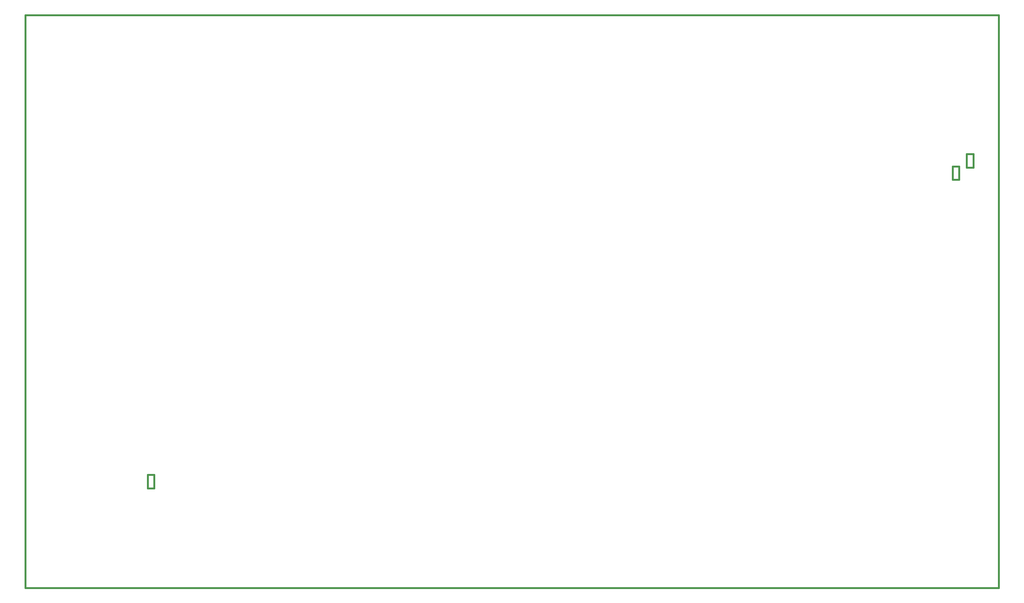
<source format=gko>
%FSLAX33Y33*%
%MOMM*%
%ADD10C,0.381*%
D10*
%LNpath-145*%
G01*
X0Y0D02*
X218200Y0D01*
X218200Y128500*
X0Y128500*
X0Y0*
X211043Y94318D02*
X212543Y94318D01*
X212543Y97318*
X211043Y97318*
X211043Y94318*
X27422Y22365D02*
X28922Y22365D01*
X28922Y25365*
X27422Y25365*
X27422Y22365*
X207839Y91560D02*
X209339Y91560D01*
X209339Y94560*
X207839Y94560*
X207839Y91560*
%LNmechanical details_traces*%
M02*
</source>
